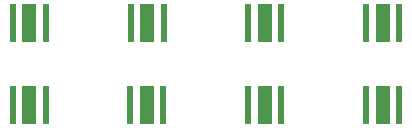
<source format=gbr>
%TF.GenerationSoftware,KiCad,Pcbnew,8.0.2*%
%TF.CreationDate,2024-10-27T20:36:43-03:00*%
%TF.ProjectId,LumiCom_Led,4c756d69-436f-46d5-9f4c-65642e6b6963,rev?*%
%TF.SameCoordinates,Original*%
%TF.FileFunction,Paste,Top*%
%TF.FilePolarity,Positive*%
%FSLAX46Y46*%
G04 Gerber Fmt 4.6, Leading zero omitted, Abs format (unit mm)*
G04 Created by KiCad (PCBNEW 8.0.2) date 2024-10-27 20:36:43*
%MOMM*%
%LPD*%
G01*
G04 APERTURE LIST*
%ADD10R,0.508000X3.302000*%
%ADD11R,1.295400X3.302000*%
G04 APERTURE END LIST*
D10*
%TO.C,LED3*%
X164936500Y-103000000D03*
D11*
X163539500Y-103000000D03*
D10*
X162142500Y-103000000D03*
%TD*%
%TO.C,LED2*%
X154936500Y-103000000D03*
D11*
X153539500Y-103000000D03*
D10*
X152142500Y-103000000D03*
%TD*%
%TO.C,LED4*%
X174936500Y-103000000D03*
D11*
X173539500Y-103000000D03*
D10*
X172142500Y-103000000D03*
%TD*%
%TO.C,LED7*%
X164936500Y-96000000D03*
D11*
X163539500Y-96000000D03*
D10*
X162142500Y-96000000D03*
%TD*%
%TO.C,LED1*%
X145000000Y-103000000D03*
D11*
X143603000Y-103000000D03*
D10*
X142206000Y-103000000D03*
%TD*%
%TO.C,LED8*%
X174936500Y-96000000D03*
D11*
X173539500Y-96000000D03*
D10*
X172142500Y-96000000D03*
%TD*%
%TO.C,LED6*%
X155000000Y-96000000D03*
D11*
X153603000Y-96000000D03*
D10*
X152206000Y-96000000D03*
%TD*%
%TO.C,LED5*%
X145000000Y-96000000D03*
D11*
X143603000Y-96000000D03*
D10*
X142206000Y-96000000D03*
%TD*%
M02*

</source>
